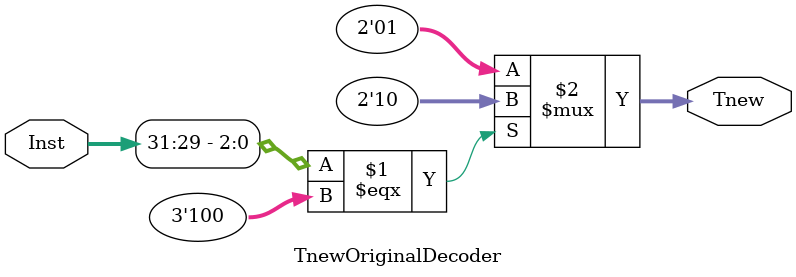
<source format=v>
/*
 * File: TnewOriginalDecoder.v
 * Decoder to determine cycles before data to be store in rd(logically) is generated
 * (i.e. ready for forwarding)
*/
`include "Utility.macros.v"
module TnewOriginalDecoder(
    input[31:0] Inst,
    output[1:0] Tnew
);
    // Situations that Tnew is originally 0 which means the data to be written is already
    // generated when entering EX state is separately handled by DO forwarding logic thus
    // in no situation shall Tnew be originally 0 within our consideration. Instructions
    // that do not writes GRF is also handled separately, therefore every instructions,
    // except loads, has or can be handled as having an original Tnew of value 1.
    assign Tnew =
    (
        (Inst[31:29] === 3'b100)   // load instructions
    ) ? 2'b10 : 2'b01;
endmodule
</source>
